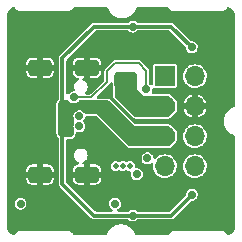
<source format=gbr>
%TF.GenerationSoftware,KiCad,Pcbnew,6.0.7+dfsg-1~bpo11+1*%
%TF.CreationDate,2022-10-03T05:52:26+00:00*%
%TF.ProjectId,0101-SERIAL-CP2102N,30313031-2d53-4455-9249-414c2d435032,V1.0*%
%TF.SameCoordinates,Original*%
%TF.FileFunction,Copper,L2,Inr*%
%TF.FilePolarity,Positive*%
%FSLAX46Y46*%
G04 Gerber Fmt 4.6, Leading zero omitted, Abs format (unit mm)*
G04 Created by KiCad (PCBNEW 6.0.7+dfsg-1~bpo11+1) date 2022-10-03 05:52:26*
%MOMM*%
%LPD*%
G01*
G04 APERTURE LIST*
G04 Aperture macros list*
%AMRoundRect*
0 Rectangle with rounded corners*
0 $1 Rounding radius*
0 $2 $3 $4 $5 $6 $7 $8 $9 X,Y pos of 4 corners*
0 Add a 4 corners polygon primitive as box body*
4,1,4,$2,$3,$4,$5,$6,$7,$8,$9,$2,$3,0*
0 Add four circle primitives for the rounded corners*
1,1,$1+$1,$2,$3*
1,1,$1+$1,$4,$5*
1,1,$1+$1,$6,$7*
1,1,$1+$1,$8,$9*
0 Add four rect primitives between the rounded corners*
20,1,$1+$1,$2,$3,$4,$5,0*
20,1,$1+$1,$4,$5,$6,$7,0*
20,1,$1+$1,$6,$7,$8,$9,0*
20,1,$1+$1,$8,$9,$2,$3,0*%
G04 Aperture macros list end*
%TA.AperFunction,ComponentPad*%
%ADD10RoundRect,0.350000X-0.650000X0.350000X-0.650000X-0.350000X0.650000X-0.350000X0.650000X0.350000X0*%
%TD*%
%TA.AperFunction,ComponentPad*%
%ADD11RoundRect,0.350000X-0.700000X0.350000X-0.700000X-0.350000X0.700000X-0.350000X0.700000X0.350000X0*%
%TD*%
%TA.AperFunction,ComponentPad*%
%ADD12R,1.700000X1.700000*%
%TD*%
%TA.AperFunction,ComponentPad*%
%ADD13O,1.700000X1.700000*%
%TD*%
%TA.AperFunction,ViaPad*%
%ADD14C,0.700000*%
%TD*%
%TA.AperFunction,ViaPad*%
%ADD15C,0.500000*%
%TD*%
%TA.AperFunction,Conductor*%
%ADD16C,0.350000*%
%TD*%
%TA.AperFunction,Conductor*%
%ADD17C,0.200000*%
%TD*%
G04 APERTURE END LIST*
D10*
%TO.N,GND*%
%TO.C,J1*%
X2950000Y12975000D03*
D11*
X6930000Y22025000D03*
X6930000Y12975000D03*
D10*
X2950000Y22025000D03*
%TD*%
D12*
%TO.N,/RTS{slash}BOOT*%
%TO.C,J2*%
X13525000Y21300000D03*
D13*
%TO.N,/DTR{slash}RESET*%
X16065000Y21300000D03*
%TO.N,VBUS*%
X13525000Y18760000D03*
%TO.N,GND*%
X16065000Y18760000D03*
%TO.N,VDD*%
X13525000Y16220000D03*
%TO.N,/CTS*%
X16065000Y16220000D03*
%TO.N,/RXD*%
X13525000Y13680000D03*
%TO.N,/TXD*%
X16065000Y13680000D03*
%TD*%
D14*
%TO.N,VDD*%
X15800000Y23750000D03*
X10800000Y25500000D03*
X10800000Y9500000D03*
D15*
X5450000Y16500000D03*
X5450000Y17100000D03*
D14*
X15800000Y11250000D03*
D15*
X4850000Y17100000D03*
X4850000Y16500000D03*
%TO.N,GND*%
X19050000Y23750000D03*
X1800000Y19500000D03*
X1800000Y18500000D03*
X19050000Y14750000D03*
X15800000Y26500000D03*
X8800000Y23750000D03*
X12300000Y11500000D03*
X11800000Y8500000D03*
X11800000Y23750000D03*
X15550000Y12150000D03*
X19050000Y20250000D03*
X19050000Y15750000D03*
X1800000Y17500000D03*
X5800000Y15550000D03*
X7550000Y26750000D03*
X3050000Y19000000D03*
X14550000Y11250000D03*
X3050000Y18000000D03*
X6550000Y16000000D03*
X16800000Y15000000D03*
X11800000Y26500000D03*
X14300000Y23000000D03*
X19050000Y11250000D03*
X15800000Y8500000D03*
X15300000Y23000000D03*
X1800000Y16500000D03*
X1800000Y15500000D03*
X9800000Y23750000D03*
X14800000Y14500000D03*
X19050000Y19250000D03*
%TO.N,VBUS*%
X10200000Y21300000D03*
X9350000Y13700000D03*
X9600000Y21300000D03*
X10800000Y21300000D03*
X9950000Y13700000D03*
X10550000Y13700000D03*
D14*
%TO.N,/RTS{slash}BOOT*%
X9300000Y10500000D03*
X1300000Y10500000D03*
%TO.N,/D-*%
X6285542Y17925000D03*
%TO.N,/D+*%
X6285542Y17075000D03*
%TO.N,Net-(R3-Pad2)*%
X11950000Y20200000D03*
X5800000Y19500000D03*
%TO.N,/RTS*%
X11150000Y13000000D03*
X12050000Y14350000D03*
%TD*%
D16*
%TO.N,VDD*%
X7550000Y9500000D02*
X10800000Y9500000D01*
X14050000Y25500000D02*
X15800000Y23750000D01*
X4850000Y12200000D02*
X7550000Y9500000D01*
X4850000Y16500000D02*
X4850000Y12200000D01*
X4850000Y22800000D02*
X4850000Y17100000D01*
X7550000Y25500000D02*
X4850000Y22800000D01*
X14050000Y9500000D02*
X10800000Y9500000D01*
X4850000Y16500000D02*
X4850000Y17100000D01*
X14050000Y9500000D02*
X15800000Y11250000D01*
X10800000Y25500000D02*
X14050000Y25500000D01*
X7550000Y25500000D02*
X10800000Y25500000D01*
D17*
%TO.N,Net-(R3-Pad2)*%
X11300000Y22400000D02*
X11950000Y21750000D01*
X7300000Y19500000D02*
X8650000Y20850000D01*
X11950000Y21750000D02*
X11950000Y20200000D01*
X8650000Y21750000D02*
X9300000Y22400000D01*
X5800000Y19500000D02*
X7300000Y19500000D01*
X8650000Y20850000D02*
X8650000Y21750000D01*
X9300000Y22400000D02*
X11300000Y22400000D01*
%TD*%
%TA.AperFunction,Conductor*%
%TO.N,GND*%
G36*
X8653332Y27129498D02*
G01*
X8699825Y27075842D01*
X8701115Y27072667D01*
X8701476Y27071320D01*
X8787324Y26881795D01*
X8790190Y26877505D01*
X8846090Y26793828D01*
X8902901Y26708786D01*
X9045119Y26556918D01*
X9210178Y26430247D01*
X9393668Y26332159D01*
X9398545Y26330503D01*
X9398548Y26330502D01*
X9585802Y26266931D01*
X9590686Y26265273D01*
X9795969Y26231377D01*
X10004031Y26231377D01*
X10209314Y26265273D01*
X10214198Y26266931D01*
X10401452Y26330502D01*
X10401455Y26330503D01*
X10406332Y26332159D01*
X10589822Y26430247D01*
X10754881Y26556918D01*
X10897099Y26708786D01*
X10953911Y26793828D01*
X11009810Y26877505D01*
X11012676Y26881795D01*
X11063341Y26993646D01*
X11098524Y27071320D01*
X11099686Y27070793D01*
X11137922Y27123337D01*
X11204100Y27149046D01*
X11214789Y27149500D01*
X13730879Y27149500D01*
X13799000Y27129498D01*
X13835703Y27086810D01*
X13838428Y27088529D01*
X13914930Y26967280D01*
X14022388Y26872377D01*
X14152163Y26811447D01*
X14261009Y26794500D01*
X14335940Y26794500D01*
X14365456Y26798727D01*
X14383318Y26800000D01*
X15215934Y26800000D01*
X15235318Y26798500D01*
X15261009Y26794500D01*
X15335940Y26794500D01*
X15365456Y26798727D01*
X15383318Y26800000D01*
X16215934Y26800000D01*
X16235318Y26798500D01*
X16261009Y26794500D01*
X16335940Y26794500D01*
X16365456Y26798727D01*
X16383318Y26800000D01*
X17215934Y26800000D01*
X17235318Y26798500D01*
X17261009Y26794500D01*
X17335940Y26794500D01*
X17365456Y26798727D01*
X17383318Y26800000D01*
X18215934Y26800000D01*
X18235318Y26798500D01*
X18261009Y26794500D01*
X18335940Y26794500D01*
X18377339Y26800429D01*
X18433032Y26808404D01*
X18433035Y26808405D01*
X18441918Y26809677D01*
X18572428Y26869016D01*
X18600192Y26892939D01*
X18674237Y26956740D01*
X18674240Y26956743D01*
X18681037Y26962600D01*
X18759015Y27082905D01*
X18761990Y27080977D01*
X18797533Y27121644D01*
X18865739Y27141355D01*
X18879309Y27140564D01*
X18930421Y27134805D01*
X18957928Y27128526D01*
X19068407Y27089868D01*
X19093820Y27077631D01*
X19192943Y27015349D01*
X19214998Y26997759D01*
X19297759Y26914998D01*
X19315349Y26892943D01*
X19377631Y26793820D01*
X19389868Y26768407D01*
X19428526Y26657928D01*
X19434805Y26630420D01*
X19447692Y26516043D01*
X19447830Y26513583D01*
X19444191Y26500000D01*
X19448484Y26483978D01*
X19448484Y26471315D01*
X19449500Y26463598D01*
X19449500Y18814789D01*
X19429498Y18746668D01*
X19375842Y18700175D01*
X19372667Y18698885D01*
X19371320Y18698524D01*
X19181795Y18612676D01*
X19177505Y18609810D01*
X19013074Y18499964D01*
X19013070Y18499961D01*
X19008786Y18497099D01*
X18952398Y18444294D01*
X18876222Y18372958D01*
X18856918Y18354881D01*
X18730247Y18189822D01*
X18632159Y18006332D01*
X18630503Y18001455D01*
X18630502Y18001452D01*
X18597168Y17903263D01*
X18565273Y17809314D01*
X18531377Y17604031D01*
X18531377Y17395969D01*
X18565273Y17190686D01*
X18566931Y17185803D01*
X18566931Y17185802D01*
X18613193Y17049535D01*
X18632159Y16993668D01*
X18730247Y16810178D01*
X18856918Y16645119D01*
X18860682Y16641595D01*
X18860683Y16641593D01*
X18893416Y16610940D01*
X19008786Y16502901D01*
X19013070Y16500039D01*
X19013074Y16500036D01*
X19124132Y16425845D01*
X19181795Y16387324D01*
X19186495Y16385195D01*
X19186497Y16385194D01*
X19371320Y16301476D01*
X19370793Y16300314D01*
X19423337Y16262078D01*
X19449046Y16195900D01*
X19449500Y16185211D01*
X19449500Y8536402D01*
X19448484Y8528685D01*
X19448484Y8516022D01*
X19444191Y8500000D01*
X19447830Y8486417D01*
X19447692Y8483957D01*
X19434805Y8369580D01*
X19428526Y8342072D01*
X19389868Y8231593D01*
X19377631Y8206180D01*
X19315349Y8107057D01*
X19297759Y8085002D01*
X19214998Y8002241D01*
X19192943Y7984651D01*
X19093820Y7922369D01*
X19068407Y7910132D01*
X18957928Y7871474D01*
X18930422Y7865195D01*
X18917798Y7863772D01*
X18878548Y7859350D01*
X18808618Y7871599D01*
X18757881Y7917322D01*
X18685070Y8032720D01*
X18577612Y8127623D01*
X18447837Y8188553D01*
X18338991Y8205500D01*
X18264060Y8205500D01*
X18236129Y8201500D01*
X18234544Y8201273D01*
X18216682Y8200000D01*
X17384066Y8200000D01*
X17364682Y8201500D01*
X17343795Y8204752D01*
X17338991Y8205500D01*
X17264060Y8205500D01*
X17236129Y8201500D01*
X17234544Y8201273D01*
X17216682Y8200000D01*
X16384066Y8200000D01*
X16364682Y8201500D01*
X16343795Y8204752D01*
X16338991Y8205500D01*
X16264060Y8205500D01*
X16236129Y8201500D01*
X16234544Y8201273D01*
X16216682Y8200000D01*
X15384066Y8200000D01*
X15364682Y8201500D01*
X15343795Y8204752D01*
X15338991Y8205500D01*
X15264060Y8205500D01*
X15236129Y8201500D01*
X15234544Y8201273D01*
X15216682Y8200000D01*
X14384066Y8200000D01*
X14364682Y8201500D01*
X14343795Y8204752D01*
X14338991Y8205500D01*
X14264060Y8205500D01*
X14234544Y8201273D01*
X14166968Y8191596D01*
X14166965Y8191595D01*
X14158082Y8190323D01*
X14027572Y8130984D01*
X14020768Y8125122D01*
X14020769Y8125122D01*
X13925763Y8043260D01*
X13925760Y8043257D01*
X13918963Y8037400D01*
X13840985Y7917095D01*
X13840155Y7917633D01*
X13798688Y7870202D01*
X13731036Y7850500D01*
X11114789Y7850500D01*
X11046668Y7870502D01*
X11000175Y7924158D01*
X10998885Y7927333D01*
X10998524Y7928680D01*
X10912676Y8118205D01*
X10888477Y8154429D01*
X10799964Y8286926D01*
X10799961Y8286930D01*
X10797099Y8291214D01*
X10654881Y8443082D01*
X10489822Y8569753D01*
X10306332Y8667841D01*
X10301455Y8669497D01*
X10301452Y8669498D01*
X10114198Y8733069D01*
X10114197Y8733069D01*
X10109314Y8734727D01*
X9904031Y8768623D01*
X9695969Y8768623D01*
X9490686Y8734727D01*
X9485803Y8733069D01*
X9485802Y8733069D01*
X9298548Y8669498D01*
X9298545Y8669497D01*
X9293668Y8667841D01*
X9110178Y8569753D01*
X8945119Y8443082D01*
X8802901Y8291214D01*
X8800039Y8286930D01*
X8800036Y8286926D01*
X8711523Y8154429D01*
X8687324Y8118205D01*
X8685195Y8113505D01*
X8685194Y8113503D01*
X8634796Y8002241D01*
X8601476Y7928680D01*
X8600314Y7929207D01*
X8562078Y7876663D01*
X8495900Y7850954D01*
X8485211Y7850500D01*
X5869121Y7850500D01*
X5801000Y7870502D01*
X5764297Y7913190D01*
X5761572Y7911471D01*
X5704301Y8002241D01*
X5685070Y8032720D01*
X5577612Y8127623D01*
X5447837Y8188553D01*
X5338991Y8205500D01*
X5264060Y8205500D01*
X5236129Y8201500D01*
X5234544Y8201273D01*
X5216682Y8200000D01*
X4384066Y8200000D01*
X4364682Y8201500D01*
X4343795Y8204752D01*
X4338991Y8205500D01*
X4264060Y8205500D01*
X4236129Y8201500D01*
X4234544Y8201273D01*
X4216682Y8200000D01*
X3384066Y8200000D01*
X3364682Y8201500D01*
X3343795Y8204752D01*
X3338991Y8205500D01*
X3264060Y8205500D01*
X3236129Y8201500D01*
X3234544Y8201273D01*
X3216682Y8200000D01*
X2384066Y8200000D01*
X2364682Y8201500D01*
X2343795Y8204752D01*
X2338991Y8205500D01*
X2264060Y8205500D01*
X2236129Y8201500D01*
X2234544Y8201273D01*
X2216682Y8200000D01*
X1384066Y8200000D01*
X1364682Y8201500D01*
X1343795Y8204752D01*
X1338991Y8205500D01*
X1264060Y8205500D01*
X1234544Y8201273D01*
X1166968Y8191596D01*
X1166965Y8191595D01*
X1158082Y8190323D01*
X1027572Y8130984D01*
X1020768Y8125122D01*
X1020769Y8125122D01*
X925763Y8043260D01*
X925760Y8043257D01*
X918963Y8037400D01*
X840985Y7917095D01*
X838010Y7919023D01*
X802467Y7878356D01*
X734261Y7858645D01*
X720691Y7859436D01*
X669579Y7865195D01*
X642072Y7871474D01*
X531593Y7910132D01*
X506180Y7922369D01*
X407057Y7984651D01*
X385002Y8002241D01*
X302241Y8085002D01*
X284651Y8107057D01*
X222369Y8206180D01*
X210132Y8231593D01*
X171474Y8342072D01*
X165195Y8369580D01*
X152308Y8483957D01*
X152170Y8486417D01*
X155809Y8500000D01*
X151516Y8516022D01*
X151516Y8528685D01*
X150500Y8536402D01*
X150500Y10506177D01*
X794391Y10506177D01*
X795555Y10497275D01*
X795555Y10497272D01*
X796814Y10487646D01*
X812980Y10364021D01*
X870720Y10232797D01*
X876497Y10225924D01*
X876498Y10225923D01*
X883792Y10217246D01*
X962970Y10123052D01*
X970447Y10118075D01*
X1063119Y10056387D01*
X1082313Y10043610D01*
X1219157Y10000858D01*
X1228129Y10000694D01*
X1228132Y10000693D01*
X1293463Y9999496D01*
X1362499Y9998230D01*
X1371533Y10000693D01*
X1492158Y10033579D01*
X1492160Y10033580D01*
X1500817Y10035940D01*
X1622991Y10110955D01*
X1719200Y10217246D01*
X1781710Y10346267D01*
X1805496Y10487646D01*
X1805647Y10500000D01*
X1785323Y10641918D01*
X1725984Y10772428D01*
X1707598Y10793766D01*
X1638260Y10874237D01*
X1638257Y10874240D01*
X1632400Y10881037D01*
X1512095Y10959015D01*
X1374739Y11000093D01*
X1365763Y11000148D01*
X1365762Y11000148D01*
X1305555Y11000516D01*
X1231376Y11000969D01*
X1093529Y10961572D01*
X972280Y10885070D01*
X966338Y10878342D01*
X966337Y10878341D01*
X946835Y10856259D01*
X877377Y10777612D01*
X816447Y10647837D01*
X794391Y10506177D01*
X150500Y10506177D01*
X150500Y12581085D01*
X1800000Y12581085D01*
X1800369Y12574271D01*
X1805789Y12524379D01*
X1809414Y12509133D01*
X1853767Y12390823D01*
X1862299Y12375237D01*
X1937430Y12274991D01*
X1949991Y12262430D01*
X2050237Y12187299D01*
X2065823Y12178767D01*
X2184133Y12134414D01*
X2199379Y12130789D01*
X2249271Y12125369D01*
X2256085Y12125000D01*
X2677885Y12125000D01*
X2693124Y12129475D01*
X2694329Y12130865D01*
X2696000Y12138548D01*
X2696000Y12143115D01*
X3204000Y12143115D01*
X3208475Y12127876D01*
X3209865Y12126671D01*
X3217548Y12125000D01*
X3643915Y12125000D01*
X3650729Y12125369D01*
X3700621Y12130789D01*
X3715867Y12134414D01*
X3834177Y12178767D01*
X3849763Y12187299D01*
X3950009Y12262430D01*
X3962570Y12274991D01*
X4037701Y12375237D01*
X4046233Y12390823D01*
X4090586Y12509133D01*
X4094211Y12524379D01*
X4099631Y12574271D01*
X4100000Y12581085D01*
X4100000Y12702885D01*
X4095525Y12718124D01*
X4094135Y12719329D01*
X4086452Y12721000D01*
X3222115Y12721000D01*
X3206876Y12716525D01*
X3205671Y12715135D01*
X3204000Y12707452D01*
X3204000Y12143115D01*
X2696000Y12143115D01*
X2696000Y12702885D01*
X2691525Y12718124D01*
X2690135Y12719329D01*
X2682452Y12721000D01*
X1818115Y12721000D01*
X1802876Y12716525D01*
X1801671Y12715135D01*
X1800000Y12707452D01*
X1800000Y12581085D01*
X150500Y12581085D01*
X150500Y13247115D01*
X1800000Y13247115D01*
X1804475Y13231876D01*
X1805865Y13230671D01*
X1813548Y13229000D01*
X2677885Y13229000D01*
X2693124Y13233475D01*
X2694329Y13234865D01*
X2696000Y13242548D01*
X2696000Y13247115D01*
X3204000Y13247115D01*
X3208475Y13231876D01*
X3209865Y13230671D01*
X3217548Y13229000D01*
X4081885Y13229000D01*
X4097124Y13233475D01*
X4098329Y13234865D01*
X4100000Y13242548D01*
X4100000Y13368915D01*
X4099631Y13375729D01*
X4094211Y13425621D01*
X4090586Y13440867D01*
X4046233Y13559177D01*
X4037701Y13574763D01*
X3962570Y13675009D01*
X3950009Y13687570D01*
X3849763Y13762701D01*
X3834177Y13771233D01*
X3715867Y13815586D01*
X3700621Y13819211D01*
X3650729Y13824631D01*
X3643915Y13825000D01*
X3222115Y13825000D01*
X3206876Y13820525D01*
X3205671Y13819135D01*
X3204000Y13811452D01*
X3204000Y13247115D01*
X2696000Y13247115D01*
X2696000Y13806885D01*
X2691525Y13822124D01*
X2690135Y13823329D01*
X2682452Y13825000D01*
X2256085Y13825000D01*
X2249271Y13824631D01*
X2199379Y13819211D01*
X2184133Y13815586D01*
X2065823Y13771233D01*
X2050237Y13762701D01*
X1949991Y13687570D01*
X1937430Y13675009D01*
X1862299Y13574763D01*
X1853767Y13559177D01*
X1809414Y13440867D01*
X1805789Y13425621D01*
X1800369Y13375729D01*
X1800000Y13368915D01*
X1800000Y13247115D01*
X150500Y13247115D01*
X150500Y16412410D01*
X4344500Y16412410D01*
X4345249Y16397168D01*
X4345398Y16395660D01*
X4345399Y16395640D01*
X4346428Y16385194D01*
X4347670Y16372588D01*
X4347897Y16371055D01*
X4347900Y16371034D01*
X4349679Y16359042D01*
X4349682Y16359022D01*
X4349909Y16357495D01*
X4361628Y16298576D01*
X4370477Y16269403D01*
X4389292Y16223980D01*
X4403663Y16197095D01*
X4430008Y16157668D01*
X4449345Y16134106D01*
X4484106Y16099345D01*
X4483913Y16099152D01*
X4520162Y16039865D01*
X4524500Y16007087D01*
X4524500Y12219710D01*
X4524020Y12208728D01*
X4520736Y12171193D01*
X4523590Y12160544D01*
X4530491Y12134790D01*
X4532870Y12124058D01*
X4539412Y12086955D01*
X4544923Y12077410D01*
X4546115Y12074134D01*
X4547592Y12070966D01*
X4550446Y12060316D01*
X4556770Y12051285D01*
X4572055Y12029456D01*
X4577961Y12020185D01*
X4591293Y11997094D01*
X4596806Y11987545D01*
X4605251Y11980459D01*
X4625682Y11963315D01*
X4633785Y11955889D01*
X7305889Y9283785D01*
X7313315Y9275682D01*
X7337545Y9246806D01*
X7347094Y9241293D01*
X7370185Y9227961D01*
X7379456Y9222055D01*
X7410316Y9200446D01*
X7420966Y9197592D01*
X7424134Y9196115D01*
X7427410Y9194923D01*
X7436955Y9189412D01*
X7470699Y9183462D01*
X7474058Y9182870D01*
X7484785Y9180492D01*
X7521193Y9170736D01*
X7532169Y9171696D01*
X7532172Y9171696D01*
X7558743Y9174021D01*
X7569724Y9174500D01*
X10361036Y9174500D01*
X10429157Y9154498D01*
X10450409Y9135802D01*
X10450503Y9135907D01*
X10457190Y9129928D01*
X10462970Y9123052D01*
X10582313Y9043610D01*
X10719157Y9000858D01*
X10728129Y9000694D01*
X10728132Y9000693D01*
X10793463Y8999496D01*
X10862499Y8998230D01*
X10871533Y9000693D01*
X10992158Y9033579D01*
X10992160Y9033580D01*
X11000817Y9035940D01*
X11122991Y9110955D01*
X11142995Y9133055D01*
X11203538Y9170137D01*
X11236410Y9174500D01*
X14030290Y9174500D01*
X14041272Y9174020D01*
X14067820Y9171697D01*
X14067822Y9171697D01*
X14078807Y9170736D01*
X14115215Y9180492D01*
X14125942Y9182870D01*
X14129301Y9183462D01*
X14163045Y9189412D01*
X14172590Y9194923D01*
X14175866Y9196115D01*
X14179034Y9197592D01*
X14189684Y9200446D01*
X14220544Y9222055D01*
X14229815Y9227961D01*
X14252906Y9241293D01*
X14262455Y9246806D01*
X14286685Y9275683D01*
X14294111Y9283785D01*
X15722562Y10712236D01*
X15784874Y10746262D01*
X15813964Y10749120D01*
X15862499Y10748230D01*
X15951256Y10772428D01*
X15992158Y10783579D01*
X15992160Y10783580D01*
X16000817Y10785940D01*
X16122991Y10860955D01*
X16219200Y10967246D01*
X16281710Y11096267D01*
X16305496Y11237646D01*
X16305647Y11250000D01*
X16285323Y11391918D01*
X16225984Y11522428D01*
X16207598Y11543766D01*
X16138260Y11624237D01*
X16138257Y11624240D01*
X16132400Y11631037D01*
X16012095Y11709015D01*
X15874739Y11750093D01*
X15865763Y11750148D01*
X15865762Y11750148D01*
X15805555Y11750516D01*
X15731376Y11750969D01*
X15593529Y11711572D01*
X15472280Y11635070D01*
X15377377Y11527612D01*
X15316447Y11397837D01*
X15294391Y11256177D01*
X15294729Y11253591D01*
X15274838Y11188785D01*
X15258774Y11169100D01*
X13952079Y9862405D01*
X13889767Y9828379D01*
X13862984Y9825500D01*
X11238008Y9825500D01*
X11169887Y9845502D01*
X11142556Y9869250D01*
X11132400Y9881037D01*
X11012095Y9959015D01*
X10874739Y10000093D01*
X10865763Y10000148D01*
X10865762Y10000148D01*
X10805555Y10000516D01*
X10731376Y10000969D01*
X10593529Y9961572D01*
X10472280Y9885070D01*
X10457287Y9868093D01*
X10397203Y9830275D01*
X10362845Y9825500D01*
X9604099Y9825500D01*
X9535978Y9845502D01*
X9489485Y9899158D01*
X9479381Y9969432D01*
X9508875Y10034012D01*
X9538171Y10058875D01*
X9615340Y10106256D01*
X9615346Y10106261D01*
X9622991Y10110955D01*
X9719200Y10217246D01*
X9781710Y10346267D01*
X9805496Y10487646D01*
X9805647Y10500000D01*
X9785323Y10641918D01*
X9725984Y10772428D01*
X9707598Y10793766D01*
X9638260Y10874237D01*
X9638257Y10874240D01*
X9632400Y10881037D01*
X9512095Y10959015D01*
X9374739Y11000093D01*
X9365763Y11000148D01*
X9365762Y11000148D01*
X9305555Y11000516D01*
X9231376Y11000969D01*
X9093529Y10961572D01*
X8972280Y10885070D01*
X8966338Y10878342D01*
X8966337Y10878341D01*
X8946835Y10856259D01*
X8877377Y10777612D01*
X8816447Y10647837D01*
X8794391Y10506177D01*
X8795555Y10497275D01*
X8795555Y10497272D01*
X8796814Y10487646D01*
X8812980Y10364021D01*
X8870720Y10232797D01*
X8876497Y10225924D01*
X8876498Y10225923D01*
X8883792Y10217246D01*
X8962970Y10123052D01*
X8970447Y10118075D01*
X9063119Y10056387D01*
X9108742Y10001990D01*
X9117713Y9931562D01*
X9087183Y9867465D01*
X9026847Y9830048D01*
X8993300Y9825500D01*
X7737016Y9825500D01*
X7668895Y9845502D01*
X7647921Y9862405D01*
X5212405Y12297921D01*
X5178379Y12360233D01*
X5175500Y12387016D01*
X5175500Y12581085D01*
X5730000Y12581085D01*
X5730369Y12574271D01*
X5735789Y12524379D01*
X5739414Y12509133D01*
X5783767Y12390823D01*
X5792299Y12375237D01*
X5867430Y12274991D01*
X5879991Y12262430D01*
X5980237Y12187299D01*
X5995823Y12178767D01*
X6114133Y12134414D01*
X6129379Y12130789D01*
X6179271Y12125369D01*
X6186085Y12125000D01*
X6657885Y12125000D01*
X6673124Y12129475D01*
X6674329Y12130865D01*
X6676000Y12138548D01*
X6676000Y12143115D01*
X7184000Y12143115D01*
X7188475Y12127876D01*
X7189865Y12126671D01*
X7197548Y12125000D01*
X7673915Y12125000D01*
X7680729Y12125369D01*
X7730621Y12130789D01*
X7745867Y12134414D01*
X7864177Y12178767D01*
X7879763Y12187299D01*
X7980009Y12262430D01*
X7992570Y12274991D01*
X8067701Y12375237D01*
X8076233Y12390823D01*
X8120586Y12509133D01*
X8124211Y12524379D01*
X8129631Y12574271D01*
X8130000Y12581085D01*
X8130000Y12702885D01*
X8125525Y12718124D01*
X8124135Y12719329D01*
X8116452Y12721000D01*
X7202115Y12721000D01*
X7186876Y12716525D01*
X7185671Y12715135D01*
X7184000Y12707452D01*
X7184000Y12143115D01*
X6676000Y12143115D01*
X6676000Y12702885D01*
X6671525Y12718124D01*
X6670135Y12719329D01*
X6662452Y12721000D01*
X5748115Y12721000D01*
X5732876Y12716525D01*
X5731671Y12715135D01*
X5730000Y12707452D01*
X5730000Y12581085D01*
X5175500Y12581085D01*
X5175500Y13247115D01*
X5730000Y13247115D01*
X5734475Y13231876D01*
X5735865Y13230671D01*
X5743548Y13229000D01*
X6657885Y13229000D01*
X6673124Y13233475D01*
X6674329Y13234865D01*
X6676000Y13242548D01*
X6676000Y13247115D01*
X7184000Y13247115D01*
X7188475Y13231876D01*
X7189865Y13230671D01*
X7197548Y13229000D01*
X8111885Y13229000D01*
X8127124Y13233475D01*
X8128329Y13234865D01*
X8130000Y13242548D01*
X8130000Y13368915D01*
X8129631Y13375729D01*
X8124211Y13425621D01*
X8120586Y13440867D01*
X8076233Y13559177D01*
X8067701Y13574763D01*
X7992570Y13675009D01*
X7980009Y13687570D01*
X7963424Y13700000D01*
X8924258Y13700000D01*
X8925809Y13690209D01*
X8925809Y13690207D01*
X8927426Y13680000D01*
X8945095Y13568438D01*
X9005567Y13449755D01*
X9099755Y13355567D01*
X9218438Y13295095D01*
X9350000Y13274258D01*
X9481562Y13295095D01*
X9592797Y13351772D01*
X9662574Y13364876D01*
X9707203Y13351772D01*
X9818438Y13295095D01*
X9950000Y13274258D01*
X10081562Y13295095D01*
X10192797Y13351772D01*
X10262574Y13364876D01*
X10307203Y13351772D01*
X10418438Y13295095D01*
X10428231Y13293544D01*
X10550000Y13274258D01*
X10549756Y13272720D01*
X10607357Y13255807D01*
X10653850Y13202151D01*
X10663736Y13130425D01*
X10644391Y13006177D01*
X10645555Y12997275D01*
X10645555Y12997272D01*
X10651481Y12951960D01*
X10662980Y12864021D01*
X10720720Y12732797D01*
X10726497Y12725924D01*
X10726498Y12725923D01*
X10750489Y12697382D01*
X10812970Y12623052D01*
X10932313Y12543610D01*
X11069157Y12500858D01*
X11078129Y12500694D01*
X11078132Y12500693D01*
X11143463Y12499496D01*
X11212499Y12498230D01*
X11221533Y12500693D01*
X11342158Y12533579D01*
X11342160Y12533580D01*
X11350817Y12535940D01*
X11472991Y12610955D01*
X11531512Y12675608D01*
X11563178Y12710593D01*
X11569200Y12717246D01*
X11631710Y12846267D01*
X11655496Y12987646D01*
X11655647Y13000000D01*
X11635323Y13141918D01*
X11575984Y13272428D01*
X11543688Y13309909D01*
X11488260Y13374237D01*
X11488257Y13374240D01*
X11482400Y13381037D01*
X11362095Y13459015D01*
X11224739Y13500093D01*
X11215763Y13500148D01*
X11215762Y13500148D01*
X11182278Y13500352D01*
X11090965Y13500910D01*
X11022969Y13521328D01*
X10976805Y13575267D01*
X10967287Y13646619D01*
X10968687Y13655454D01*
X10975742Y13700000D01*
X10954905Y13831562D01*
X10894433Y13950245D01*
X10800245Y14044433D01*
X10727613Y14081441D01*
X10690396Y14100404D01*
X10690395Y14100404D01*
X10681562Y14104905D01*
X10550000Y14125742D01*
X10418438Y14104905D01*
X10409605Y14100404D01*
X10409604Y14100404D01*
X10307203Y14048228D01*
X10237426Y14035124D01*
X10192797Y14048228D01*
X10090396Y14100404D01*
X10090395Y14100404D01*
X10081562Y14104905D01*
X9950000Y14125742D01*
X9818438Y14104905D01*
X9809605Y14100404D01*
X9809604Y14100404D01*
X9707203Y14048228D01*
X9637426Y14035124D01*
X9592797Y14048228D01*
X9490396Y14100404D01*
X9490395Y14100404D01*
X9481562Y14104905D01*
X9350000Y14125742D01*
X9218438Y14104905D01*
X9209605Y14100404D01*
X9209604Y14100404D01*
X9172387Y14081441D01*
X9099755Y14044433D01*
X9005567Y13950245D01*
X8945095Y13831562D01*
X8924258Y13700000D01*
X7963424Y13700000D01*
X7879763Y13762701D01*
X7864177Y13771233D01*
X7745867Y13815586D01*
X7730621Y13819211D01*
X7680729Y13824631D01*
X7673915Y13825000D01*
X7202115Y13825000D01*
X7186876Y13820525D01*
X7185671Y13819135D01*
X7184000Y13811452D01*
X7184000Y13247115D01*
X6676000Y13247115D01*
X6676000Y13806885D01*
X6671525Y13822124D01*
X6670135Y13823329D01*
X6649217Y13827879D01*
X6649653Y13829883D01*
X6598162Y13845002D01*
X6551669Y13898658D01*
X6541565Y13968932D01*
X6571059Y14033512D01*
X6618065Y14067409D01*
X6620815Y14068548D01*
X6690233Y14097302D01*
X6810451Y14189549D01*
X6902698Y14309767D01*
X6921922Y14356177D01*
X11544391Y14356177D01*
X11545555Y14347275D01*
X11545555Y14347272D01*
X11549462Y14317397D01*
X11562980Y14214021D01*
X11620720Y14082797D01*
X11626497Y14075924D01*
X11626498Y14075923D01*
X11707190Y13979928D01*
X11712970Y13973052D01*
X11747232Y13950245D01*
X11824730Y13898658D01*
X11832313Y13893610D01*
X11969157Y13850858D01*
X11978129Y13850694D01*
X11978132Y13850693D01*
X12043463Y13849496D01*
X12112499Y13848230D01*
X12121533Y13850693D01*
X12242158Y13883579D01*
X12242160Y13883580D01*
X12250817Y13885940D01*
X12258464Y13890635D01*
X12258468Y13890637D01*
X12342859Y13942453D01*
X12411376Y13961051D01*
X12479071Y13939654D01*
X12524452Y13885054D01*
X12534002Y13821034D01*
X12519757Y13694037D01*
X12536175Y13498517D01*
X12590258Y13309909D01*
X12606024Y13279231D01*
X12677123Y13140887D01*
X12677126Y13140883D01*
X12679944Y13135399D01*
X12801818Y12981631D01*
X12806511Y12977637D01*
X12806512Y12977636D01*
X12940010Y12864021D01*
X12951238Y12854465D01*
X12956616Y12851459D01*
X12956618Y12851458D01*
X12992932Y12831163D01*
X13122513Y12758743D01*
X13309118Y12698111D01*
X13503946Y12674879D01*
X13510081Y12675351D01*
X13510083Y12675351D01*
X13693434Y12689459D01*
X13693438Y12689460D01*
X13699576Y12689932D01*
X13888556Y12742697D01*
X14063689Y12831163D01*
X14083022Y12846267D01*
X14213453Y12948171D01*
X14218303Y12951960D01*
X14244968Y12982851D01*
X14342485Y13095827D01*
X14342485Y13095828D01*
X14346509Y13100489D01*
X14443425Y13271091D01*
X14505358Y13457268D01*
X14529949Y13651929D01*
X14530341Y13680000D01*
X14528965Y13694037D01*
X15059757Y13694037D01*
X15076175Y13498517D01*
X15130258Y13309909D01*
X15146024Y13279231D01*
X15217123Y13140887D01*
X15217126Y13140883D01*
X15219944Y13135399D01*
X15341818Y12981631D01*
X15346511Y12977637D01*
X15346512Y12977636D01*
X15480010Y12864021D01*
X15491238Y12854465D01*
X15496616Y12851459D01*
X15496618Y12851458D01*
X15532932Y12831163D01*
X15662513Y12758743D01*
X15849118Y12698111D01*
X16043946Y12674879D01*
X16050081Y12675351D01*
X16050083Y12675351D01*
X16233434Y12689459D01*
X16233438Y12689460D01*
X16239576Y12689932D01*
X16428556Y12742697D01*
X16603689Y12831163D01*
X16623022Y12846267D01*
X16753453Y12948171D01*
X16758303Y12951960D01*
X16784968Y12982851D01*
X16882485Y13095827D01*
X16882485Y13095828D01*
X16886509Y13100489D01*
X16983425Y13271091D01*
X17045358Y13457268D01*
X17069949Y13651929D01*
X17070341Y13680000D01*
X17051194Y13875272D01*
X17049413Y13881171D01*
X17049412Y13881176D01*
X16996265Y14057207D01*
X16994484Y14063106D01*
X16902370Y14236347D01*
X16778361Y14388398D01*
X16627180Y14513465D01*
X16454585Y14606787D01*
X16360868Y14635797D01*
X16273039Y14662985D01*
X16273036Y14662986D01*
X16267152Y14664807D01*
X16261027Y14665451D01*
X16261026Y14665451D01*
X16078147Y14684673D01*
X16078146Y14684673D01*
X16072019Y14685317D01*
X15949383Y14674156D01*
X15882759Y14668093D01*
X15882758Y14668093D01*
X15876618Y14667534D01*
X15870704Y14665793D01*
X15870702Y14665793D01*
X15763839Y14634341D01*
X15688393Y14612136D01*
X15682928Y14609279D01*
X15519972Y14524088D01*
X15519968Y14524085D01*
X15514512Y14521233D01*
X15509712Y14517373D01*
X15509711Y14517373D01*
X15495521Y14505964D01*
X15361600Y14398289D01*
X15235480Y14247984D01*
X15232516Y14242592D01*
X15232513Y14242588D01*
X15207048Y14196267D01*
X15140956Y14076046D01*
X15139095Y14070179D01*
X15139094Y14070177D01*
X15122934Y14019234D01*
X15081628Y13889022D01*
X15059757Y13694037D01*
X14528965Y13694037D01*
X14511194Y13875272D01*
X14509413Y13881171D01*
X14509412Y13881176D01*
X14456265Y14057207D01*
X14454484Y14063106D01*
X14362370Y14236347D01*
X14238361Y14388398D01*
X14087180Y14513465D01*
X13914585Y14606787D01*
X13820868Y14635797D01*
X13733039Y14662985D01*
X13733036Y14662986D01*
X13727152Y14664807D01*
X13721027Y14665451D01*
X13721026Y14665451D01*
X13538147Y14684673D01*
X13538146Y14684673D01*
X13532019Y14685317D01*
X13409383Y14674156D01*
X13342759Y14668093D01*
X13342758Y14668093D01*
X13336618Y14667534D01*
X13330704Y14665793D01*
X13330702Y14665793D01*
X13223839Y14634341D01*
X13148393Y14612136D01*
X13142928Y14609279D01*
X12979972Y14524088D01*
X12979968Y14524085D01*
X12974512Y14521233D01*
X12969712Y14517373D01*
X12969711Y14517373D01*
X12955521Y14505964D01*
X12821600Y14398289D01*
X12817642Y14393572D01*
X12817640Y14393570D01*
X12769783Y14336536D01*
X12710673Y14297209D01*
X12639685Y14296083D01*
X12579358Y14333514D01*
X12548535Y14399662D01*
X12535323Y14491918D01*
X12475984Y14622428D01*
X12437118Y14667534D01*
X12388260Y14724237D01*
X12388257Y14724240D01*
X12382400Y14731037D01*
X12262095Y14809015D01*
X12124739Y14850093D01*
X12115763Y14850148D01*
X12115762Y14850148D01*
X12055555Y14850516D01*
X11981376Y14850969D01*
X11843529Y14811572D01*
X11722280Y14735070D01*
X11627377Y14627612D01*
X11566447Y14497837D01*
X11565066Y14488965D01*
X11549408Y14388398D01*
X11544391Y14356177D01*
X6921922Y14356177D01*
X6960687Y14449764D01*
X6980466Y14600000D01*
X6960687Y14750236D01*
X6902698Y14890233D01*
X6810451Y15010451D01*
X6690233Y15102698D01*
X6550236Y15160687D01*
X6437720Y15175500D01*
X6362280Y15175500D01*
X6249764Y15160687D01*
X6109767Y15102698D01*
X5989549Y15010451D01*
X5897302Y14890233D01*
X5839313Y14750236D01*
X5819534Y14600000D01*
X5839313Y14449764D01*
X5897302Y14309767D01*
X5989549Y14189549D01*
X6109767Y14097302D01*
X6190689Y14063783D01*
X6245969Y14019234D01*
X6268390Y13951871D01*
X6250832Y13883079D01*
X6198869Y13834701D01*
X6156077Y13822111D01*
X6129379Y13819211D01*
X6114133Y13815586D01*
X5995823Y13771233D01*
X5980237Y13762701D01*
X5879991Y13687570D01*
X5867430Y13675009D01*
X5792299Y13574763D01*
X5783767Y13559177D01*
X5739414Y13440867D01*
X5735789Y13425621D01*
X5730369Y13375729D01*
X5730000Y13368915D01*
X5730000Y13247115D01*
X5175500Y13247115D01*
X5175500Y15868500D01*
X5195502Y15936621D01*
X5249158Y15983114D01*
X5301500Y15994500D01*
X5537590Y15994500D01*
X5539132Y15994576D01*
X5539141Y15994576D01*
X5544414Y15994835D01*
X5552832Y15995249D01*
X5554340Y15995398D01*
X5554360Y15995399D01*
X5568014Y15996744D01*
X5577412Y15997670D01*
X5586168Y15998969D01*
X5590957Y15999679D01*
X5590966Y15999681D01*
X5592506Y15999909D01*
X5628593Y16007087D01*
X5648392Y16011025D01*
X5648398Y16011026D01*
X5651427Y16011629D01*
X5654384Y16012526D01*
X5654392Y16012528D01*
X5667962Y16016645D01*
X5680598Y16020478D01*
X5709856Y16032597D01*
X5723164Y16038109D01*
X5723168Y16038111D01*
X5726017Y16039291D01*
X5734084Y16043603D01*
X5750171Y16052201D01*
X5750175Y16052204D01*
X5752902Y16053661D01*
X5792331Y16080007D01*
X5815894Y16099345D01*
X5850655Y16134106D01*
X5869992Y16157668D01*
X5896337Y16197095D01*
X5910708Y16223980D01*
X5929523Y16269403D01*
X5938372Y16298576D01*
X5950091Y16357495D01*
X5950318Y16359022D01*
X5950321Y16359042D01*
X5952100Y16371034D01*
X5952103Y16371055D01*
X5952330Y16372588D01*
X5953572Y16385194D01*
X5954601Y16395640D01*
X5954602Y16395660D01*
X5954751Y16397168D01*
X5955500Y16412410D01*
X5955500Y16482342D01*
X5975502Y16550463D01*
X6029158Y16596956D01*
X6099432Y16607060D01*
X6119068Y16602610D01*
X6204699Y16575858D01*
X6213671Y16575694D01*
X6213674Y16575693D01*
X6279005Y16574496D01*
X6348041Y16573230D01*
X6357075Y16575693D01*
X6477700Y16608579D01*
X6477702Y16608580D01*
X6486359Y16610940D01*
X6608533Y16685955D01*
X6620611Y16699298D01*
X6698720Y16785593D01*
X6704742Y16792246D01*
X6767252Y16921267D01*
X6791038Y17062646D01*
X6791189Y17075000D01*
X6781328Y17143857D01*
X6772138Y17208032D01*
X6772137Y17208035D01*
X6770865Y17216918D01*
X6711526Y17347428D01*
X6650714Y17418004D01*
X6621400Y17482667D01*
X6631699Y17552912D01*
X6652752Y17584807D01*
X6698718Y17635589D01*
X6698723Y17635596D01*
X6704742Y17642246D01*
X6758722Y17753660D01*
X6763337Y17763186D01*
X6763337Y17763187D01*
X6767252Y17771267D01*
X6776452Y17825947D01*
X6778716Y17839405D01*
X6809743Y17903263D01*
X6870369Y17940209D01*
X6902970Y17944500D01*
X7683400Y17944500D01*
X7751521Y17924498D01*
X7772495Y17907595D01*
X10358045Y15322045D01*
X10369349Y15311799D01*
X10370544Y15310819D01*
X10370557Y15310807D01*
X10381593Y15301750D01*
X10388442Y15296129D01*
X10389658Y15295227D01*
X10389662Y15295224D01*
X10399474Y15287946D01*
X10399495Y15287931D01*
X10400702Y15287036D01*
X10450653Y15253660D01*
X10477538Y15239290D01*
X10480399Y15238105D01*
X10520101Y15221660D01*
X10520108Y15221658D01*
X10522958Y15220477D01*
X10533126Y15217393D01*
X10549171Y15212525D01*
X10549178Y15212523D01*
X10552126Y15211629D01*
X10611044Y15199909D01*
X10612546Y15199686D01*
X10612553Y15199685D01*
X10624636Y15197893D01*
X10626140Y15197670D01*
X10641369Y15196170D01*
X10649185Y15195400D01*
X10649196Y15195399D01*
X10650721Y15195249D01*
X10652245Y15195174D01*
X10652260Y15195173D01*
X10664412Y15194576D01*
X10664421Y15194576D01*
X10665963Y15194500D01*
X13734037Y15194500D01*
X13735579Y15194576D01*
X13735588Y15194576D01*
X13747740Y15195173D01*
X13747755Y15195174D01*
X13749279Y15195249D01*
X13750804Y15195399D01*
X13750815Y15195400D01*
X13758631Y15196170D01*
X13773860Y15197670D01*
X13775364Y15197893D01*
X13787447Y15199685D01*
X13787454Y15199686D01*
X13788956Y15199909D01*
X13847874Y15211629D01*
X13850822Y15212523D01*
X13850829Y15212525D01*
X13866874Y15217393D01*
X13877042Y15220477D01*
X13879892Y15221658D01*
X13879899Y15221660D01*
X13919601Y15238105D01*
X13922462Y15239290D01*
X13949347Y15253660D01*
X13999298Y15287036D01*
X14000505Y15287931D01*
X14000526Y15287946D01*
X14010338Y15295224D01*
X14010342Y15295227D01*
X14011558Y15296129D01*
X14018407Y15301750D01*
X14029443Y15310807D01*
X14029456Y15310819D01*
X14030651Y15311799D01*
X14041955Y15322045D01*
X14183436Y15463526D01*
X14194958Y15473721D01*
X14213453Y15488171D01*
X14218303Y15491960D01*
X14255876Y15535489D01*
X14262163Y15542253D01*
X14427955Y15708045D01*
X14438201Y15719349D01*
X14439181Y15720544D01*
X14439193Y15720557D01*
X14452902Y15737261D01*
X14452907Y15737268D01*
X14453871Y15738442D01*
X14454776Y15739662D01*
X14462054Y15749474D01*
X14462069Y15749495D01*
X14462964Y15750702D01*
X14496340Y15800653D01*
X14497800Y15803384D01*
X14509250Y15824806D01*
X14509255Y15824817D01*
X14510709Y15827537D01*
X14529523Y15872958D01*
X14538372Y15902129D01*
X14550091Y15961046D01*
X14552330Y15976140D01*
X14554139Y15994500D01*
X14554600Y15999185D01*
X14554601Y15999196D01*
X14554751Y16000721D01*
X14555258Y16011025D01*
X14555424Y16014412D01*
X14555424Y16014421D01*
X14555500Y16015963D01*
X14555500Y16234037D01*
X15059757Y16234037D01*
X15076175Y16038517D01*
X15130258Y15849909D01*
X15133076Y15844426D01*
X15217123Y15680887D01*
X15217126Y15680883D01*
X15219944Y15675399D01*
X15341818Y15521631D01*
X15491238Y15394465D01*
X15496616Y15391459D01*
X15496618Y15391458D01*
X15532932Y15371163D01*
X15662513Y15298743D01*
X15849118Y15238111D01*
X16043946Y15214879D01*
X16050081Y15215351D01*
X16050083Y15215351D01*
X16233434Y15229459D01*
X16233438Y15229460D01*
X16239576Y15229932D01*
X16428556Y15282697D01*
X16603689Y15371163D01*
X16633515Y15394465D01*
X16753453Y15488171D01*
X16758303Y15491960D01*
X16788084Y15526461D01*
X16882485Y15635827D01*
X16882485Y15635828D01*
X16886509Y15640489D01*
X16983425Y15811091D01*
X17045358Y15997268D01*
X17069949Y16191929D01*
X17070341Y16220000D01*
X17051194Y16415272D01*
X17049413Y16421171D01*
X17049412Y16421176D01*
X16996265Y16597207D01*
X16994484Y16603106D01*
X16902370Y16776347D01*
X16778361Y16928398D01*
X16627180Y17053465D01*
X16454585Y17146787D01*
X16360869Y17175797D01*
X16273039Y17202985D01*
X16273036Y17202986D01*
X16267152Y17204807D01*
X16261027Y17205451D01*
X16261026Y17205451D01*
X16078147Y17224673D01*
X16078146Y17224673D01*
X16072019Y17225317D01*
X15949383Y17214156D01*
X15882759Y17208093D01*
X15882758Y17208093D01*
X15876618Y17207534D01*
X15870704Y17205793D01*
X15870702Y17205793D01*
X15802779Y17185802D01*
X15688393Y17152136D01*
X15682928Y17149279D01*
X15519972Y17064088D01*
X15519968Y17064085D01*
X15514512Y17061233D01*
X15509712Y17057373D01*
X15509711Y17057373D01*
X15475326Y17029727D01*
X15361600Y16938289D01*
X15235480Y16787984D01*
X15232516Y16782592D01*
X15232513Y16782588D01*
X15187399Y16700526D01*
X15140956Y16616046D01*
X15139095Y16610179D01*
X15139094Y16610177D01*
X15121815Y16555706D01*
X15081628Y16429022D01*
X15059757Y16234037D01*
X14555500Y16234037D01*
X14555500Y16434037D01*
X14554751Y16449279D01*
X14552330Y16473860D01*
X14550091Y16488954D01*
X14538372Y16547871D01*
X14535996Y16555706D01*
X14530420Y16574084D01*
X14529523Y16577042D01*
X14510709Y16622463D01*
X14509255Y16625183D01*
X14509250Y16625194D01*
X14497800Y16646616D01*
X14497797Y16646621D01*
X14496340Y16649347D01*
X14462964Y16699298D01*
X14462069Y16700505D01*
X14462054Y16700526D01*
X14454776Y16710338D01*
X14454773Y16710342D01*
X14453871Y16711558D01*
X14452902Y16712739D01*
X14439193Y16729443D01*
X14439181Y16729456D01*
X14438201Y16730651D01*
X14427955Y16741955D01*
X14041955Y17127955D01*
X14030651Y17138201D01*
X14029456Y17139181D01*
X14029443Y17139193D01*
X14012739Y17152902D01*
X14012732Y17152907D01*
X14011558Y17153871D01*
X14010338Y17154776D01*
X14000526Y17162054D01*
X14000505Y17162069D01*
X13999298Y17162964D01*
X13949347Y17196340D01*
X13922462Y17210710D01*
X13907474Y17216918D01*
X13879899Y17228340D01*
X13879892Y17228342D01*
X13877042Y17229523D01*
X13861288Y17234302D01*
X13850829Y17237475D01*
X13850822Y17237477D01*
X13847874Y17238371D01*
X13788956Y17250091D01*
X13787454Y17250314D01*
X13787447Y17250315D01*
X13775364Y17252107D01*
X13775361Y17252107D01*
X13773860Y17252330D01*
X13758631Y17253830D01*
X13750815Y17254600D01*
X13750804Y17254601D01*
X13749279Y17254751D01*
X13747755Y17254826D01*
X13747740Y17254827D01*
X13735588Y17255424D01*
X13735579Y17255424D01*
X13734037Y17255500D01*
X11066600Y17255500D01*
X10998479Y17275502D01*
X10977505Y17292405D01*
X8991955Y19277955D01*
X8990314Y19279443D01*
X8986853Y19282579D01*
X8980651Y19288201D01*
X8979456Y19289181D01*
X8979443Y19289193D01*
X8962739Y19302902D01*
X8962732Y19302907D01*
X8961558Y19303871D01*
X8960338Y19304776D01*
X8950526Y19312054D01*
X8950505Y19312069D01*
X8949298Y19312964D01*
X8899347Y19346340D01*
X8872462Y19360710D01*
X8848568Y19370607D01*
X8829899Y19378340D01*
X8829892Y19378342D01*
X8827042Y19379523D01*
X8816874Y19382607D01*
X8800829Y19387475D01*
X8800822Y19387477D01*
X8797874Y19388371D01*
X8738956Y19400091D01*
X8737454Y19400314D01*
X8737447Y19400315D01*
X8725364Y19402107D01*
X8725361Y19402107D01*
X8723860Y19402330D01*
X8708631Y19403830D01*
X8700815Y19404600D01*
X8700804Y19404601D01*
X8699279Y19404751D01*
X8697755Y19404826D01*
X8697740Y19404827D01*
X8685588Y19405424D01*
X8685579Y19405424D01*
X8684037Y19405500D01*
X7863950Y19405500D01*
X7795829Y19425502D01*
X7749336Y19479158D01*
X7739232Y19549432D01*
X7768726Y19614012D01*
X7774855Y19620595D01*
X8800902Y20646642D01*
X8819995Y20662312D01*
X8820284Y20662505D01*
X8820286Y20662507D01*
X8830601Y20669399D01*
X8866057Y20722464D01*
X8885965Y20752258D01*
X8889379Y20749977D01*
X8919585Y20787443D01*
X8986954Y20809849D01*
X9055741Y20792276D01*
X9104108Y20740303D01*
X9117386Y20686929D01*
X9141876Y19658387D01*
X9142931Y19643631D01*
X9145774Y19619848D01*
X9148228Y19605253D01*
X9160623Y19548271D01*
X9169625Y19520109D01*
X9170807Y19517350D01*
X9170808Y19517346D01*
X9187162Y19479158D01*
X9188400Y19476266D01*
X9202568Y19450320D01*
X9204250Y19447835D01*
X9233894Y19404037D01*
X9235252Y19402030D01*
X9236159Y19400819D01*
X9243224Y19391381D01*
X9243236Y19391365D01*
X9244123Y19390181D01*
X9259374Y19371711D01*
X9260364Y19370622D01*
X9260377Y19370607D01*
X9268192Y19362011D01*
X9269325Y19360765D01*
X10808045Y17822045D01*
X10819349Y17811799D01*
X10820544Y17810819D01*
X10820557Y17810807D01*
X10837261Y17797098D01*
X10838442Y17796129D01*
X10839658Y17795227D01*
X10839662Y17795224D01*
X10849474Y17787946D01*
X10849495Y17787931D01*
X10850702Y17787036D01*
X10900653Y17753660D01*
X10927538Y17739290D01*
X10930399Y17738105D01*
X10970101Y17721660D01*
X10970108Y17721658D01*
X10972958Y17720477D01*
X10983126Y17717393D01*
X10999171Y17712525D01*
X10999178Y17712523D01*
X11002126Y17711629D01*
X11061044Y17699909D01*
X11062546Y17699686D01*
X11062553Y17699685D01*
X11074636Y17697893D01*
X11076140Y17697670D01*
X11091369Y17696170D01*
X11099185Y17695400D01*
X11099196Y17695399D01*
X11100721Y17695249D01*
X11102245Y17695174D01*
X11102260Y17695173D01*
X11114412Y17694576D01*
X11114421Y17694576D01*
X11115963Y17694500D01*
X13734037Y17694500D01*
X13735579Y17694576D01*
X13735588Y17694576D01*
X13747740Y17695173D01*
X13747755Y17695174D01*
X13749279Y17695249D01*
X13750804Y17695399D01*
X13750815Y17695400D01*
X13758631Y17696170D01*
X13773860Y17697670D01*
X13775364Y17697893D01*
X13787447Y17699685D01*
X13787454Y17699686D01*
X13788956Y17699909D01*
X13847874Y17711629D01*
X13850822Y17712523D01*
X13850829Y17712525D01*
X13866874Y17717393D01*
X13877042Y17720477D01*
X13879892Y17721658D01*
X13879899Y17721660D01*
X13919601Y17738105D01*
X13922462Y17739290D01*
X13949347Y17753660D01*
X13999298Y17787036D01*
X14000505Y17787931D01*
X14000526Y17787946D01*
X14010338Y17795224D01*
X14010342Y17795227D01*
X14011558Y17796129D01*
X14012739Y17797098D01*
X14029443Y17810807D01*
X14029456Y17810819D01*
X14030651Y17811799D01*
X14041955Y17822045D01*
X14427955Y18208045D01*
X14438201Y18219349D01*
X14439181Y18220544D01*
X14439193Y18220557D01*
X14452902Y18237261D01*
X14452907Y18237268D01*
X14453871Y18238442D01*
X14454776Y18239662D01*
X14462054Y18249474D01*
X14462069Y18249495D01*
X14462964Y18250702D01*
X14496340Y18300653D01*
X14509062Y18324455D01*
X14509250Y18324806D01*
X14509255Y18324817D01*
X14510709Y18327537D01*
X14529523Y18372958D01*
X14538372Y18402129D01*
X14550091Y18461046D01*
X14552330Y18476140D01*
X14554092Y18494025D01*
X15100923Y18494025D01*
X15129025Y18396020D01*
X15133543Y18384608D01*
X15217546Y18221156D01*
X15224196Y18210838D01*
X15338350Y18066811D01*
X15346873Y18057985D01*
X15486833Y17938871D01*
X15496905Y17931870D01*
X15657334Y17842210D01*
X15668574Y17837299D01*
X15793769Y17796621D01*
X15807867Y17796218D01*
X15811000Y17802590D01*
X15811000Y17810742D01*
X16319000Y17810742D01*
X16322973Y17797211D01*
X16331188Y17796030D01*
X16422430Y17821505D01*
X16433881Y17825947D01*
X16597919Y17908807D01*
X16608276Y17915380D01*
X16753100Y18028530D01*
X16761986Y18036991D01*
X16882070Y18176110D01*
X16889144Y18186138D01*
X16979919Y18345932D01*
X16984913Y18357148D01*
X17028712Y18488811D01*
X17029213Y18502903D01*
X17023024Y18506000D01*
X16337115Y18506000D01*
X16321876Y18501525D01*
X16320671Y18500135D01*
X16319000Y18492452D01*
X16319000Y17810742D01*
X15811000Y17810742D01*
X15811000Y18487885D01*
X15806525Y18503124D01*
X15805135Y18504329D01*
X15797452Y18506000D01*
X15115604Y18506000D01*
X15102073Y18502027D01*
X15100923Y18494025D01*
X14554092Y18494025D01*
X14554395Y18497099D01*
X14554600Y18499185D01*
X14554601Y18499196D01*
X14554751Y18500721D01*
X14554859Y18502903D01*
X14555424Y18514412D01*
X14555424Y18514421D01*
X14555500Y18515963D01*
X14555500Y18984037D01*
X14555402Y18986040D01*
X14554827Y18997740D01*
X14554826Y18997755D01*
X14554751Y18999279D01*
X14552989Y19017168D01*
X15101594Y19017168D01*
X15108153Y19014000D01*
X15792885Y19014000D01*
X15808124Y19018475D01*
X15809329Y19019865D01*
X15811000Y19027548D01*
X15811000Y19032115D01*
X16319000Y19032115D01*
X16323475Y19016876D01*
X16324865Y19015671D01*
X16332548Y19014000D01*
X17014826Y19014000D01*
X17028357Y19017973D01*
X17029449Y19025567D01*
X16995801Y19137015D01*
X16991126Y19148356D01*
X16904846Y19310627D01*
X16898059Y19320843D01*
X16781899Y19463269D01*
X16773255Y19471973D01*
X16631649Y19589120D01*
X16621478Y19595980D01*
X16459809Y19683394D01*
X16448504Y19688146D01*
X16336308Y19722876D01*
X16322205Y19723082D01*
X16319000Y19716327D01*
X16319000Y19032115D01*
X15811000Y19032115D01*
X15811000Y19709586D01*
X15807027Y19723117D01*
X15799232Y19724237D01*
X15694496Y19693411D01*
X15683119Y19688814D01*
X15520247Y19603667D01*
X15509986Y19596953D01*
X15366751Y19481789D01*
X15357992Y19473211D01*
X15239853Y19332419D01*
X15232927Y19322305D01*
X15144383Y19161243D01*
X15139555Y19149979D01*
X15101898Y19031269D01*
X15101594Y19017168D01*
X14552989Y19017168D01*
X14552910Y19017973D01*
X14552485Y19022290D01*
X14552483Y19022305D01*
X14552330Y19023860D01*
X14552036Y19025847D01*
X14550321Y19037405D01*
X14550319Y19037414D01*
X14550091Y19038954D01*
X14538372Y19097871D01*
X14537295Y19101424D01*
X14530420Y19124084D01*
X14529523Y19127042D01*
X14510709Y19172463D01*
X14509255Y19175183D01*
X14509250Y19175194D01*
X14497800Y19196616D01*
X14497797Y19196621D01*
X14496340Y19199347D01*
X14462964Y19249298D01*
X14462069Y19250505D01*
X14462054Y19250526D01*
X14454776Y19260338D01*
X14454773Y19260342D01*
X14453871Y19261558D01*
X14452278Y19263499D01*
X14439193Y19279443D01*
X14439181Y19279456D01*
X14438201Y19280651D01*
X14431358Y19288201D01*
X14428996Y19290807D01*
X14428987Y19290817D01*
X14427955Y19291955D01*
X14041955Y19677955D01*
X14030651Y19688201D01*
X14029456Y19689181D01*
X14029443Y19689193D01*
X14012739Y19702902D01*
X14012732Y19702907D01*
X14011558Y19703871D01*
X14003853Y19709586D01*
X14000526Y19712054D01*
X14000505Y19712069D01*
X13999298Y19712964D01*
X13949347Y19746340D01*
X13922462Y19760710D01*
X13916776Y19763065D01*
X13879899Y19778340D01*
X13879892Y19778342D01*
X13877042Y19779523D01*
X13866874Y19782607D01*
X13850829Y19787475D01*
X13850822Y19787477D01*
X13847874Y19788371D01*
X13788956Y19800091D01*
X13787454Y19800314D01*
X13787447Y19800315D01*
X13775364Y19802107D01*
X13775361Y19802107D01*
X13773860Y19802330D01*
X13758631Y19803830D01*
X13750815Y19804600D01*
X13750804Y19804601D01*
X13749279Y19804751D01*
X13747755Y19804826D01*
X13747740Y19804827D01*
X13735588Y19805424D01*
X13735579Y19805424D01*
X13734037Y19805500D01*
X12516115Y19805500D01*
X12447994Y19825502D01*
X12401501Y19879158D01*
X12391397Y19949432D01*
X12402723Y19986438D01*
X12427795Y20038187D01*
X12431710Y20046267D01*
X12455496Y20187646D01*
X12455555Y20192508D01*
X12455991Y20197363D01*
X12457618Y20197217D01*
X12476369Y20258289D01*
X12530593Y20304118D01*
X12600986Y20313356D01*
X12614144Y20309659D01*
X12616278Y20308233D01*
X12660180Y20299500D01*
X14389820Y20299500D01*
X14433722Y20308233D01*
X14444040Y20315127D01*
X14444042Y20315128D01*
X14473185Y20334601D01*
X14483504Y20341496D01*
X14497670Y20362697D01*
X14509872Y20380958D01*
X14509873Y20380960D01*
X14516767Y20391278D01*
X14525500Y20435180D01*
X14525500Y21314037D01*
X15059757Y21314037D01*
X15076175Y21118517D01*
X15130258Y20929909D01*
X15133076Y20924426D01*
X15217123Y20760887D01*
X15217126Y20760883D01*
X15219944Y20755399D01*
X15341818Y20601631D01*
X15346511Y20597637D01*
X15346512Y20597636D01*
X15444074Y20514605D01*
X15491238Y20474465D01*
X15496616Y20471459D01*
X15496618Y20471458D01*
X15532932Y20451163D01*
X15662513Y20378743D01*
X15849118Y20318111D01*
X16043946Y20294879D01*
X16050081Y20295351D01*
X16050083Y20295351D01*
X16233434Y20309459D01*
X16233438Y20309460D01*
X16239576Y20309932D01*
X16428556Y20362697D01*
X16603689Y20451163D01*
X16633515Y20474465D01*
X16753453Y20568171D01*
X16758303Y20571960D01*
X16769620Y20585070D01*
X16882485Y20715827D01*
X16882485Y20715828D01*
X16886509Y20720489D01*
X16904557Y20752258D01*
X16960082Y20850000D01*
X16983425Y20891091D01*
X17045358Y21077268D01*
X17069949Y21271929D01*
X17070341Y21300000D01*
X17051194Y21495272D01*
X17049413Y21501171D01*
X17049412Y21501176D01*
X16996265Y21677207D01*
X16994484Y21683106D01*
X16902370Y21856347D01*
X16778361Y22008398D01*
X16627180Y22133465D01*
X16454585Y22226787D01*
X16352124Y22258504D01*
X16273039Y22282985D01*
X16273036Y22282986D01*
X16267152Y22284807D01*
X16261027Y22285451D01*
X16261026Y22285451D01*
X16078147Y22304673D01*
X16078146Y22304673D01*
X16072019Y22305317D01*
X15981895Y22297115D01*
X15882759Y22288093D01*
X15882758Y22288093D01*
X15876618Y22287534D01*
X15870704Y22285793D01*
X15870702Y22285793D01*
X15847622Y22279000D01*
X15688393Y22232136D01*
X15682928Y22229279D01*
X15519972Y22144088D01*
X15519968Y22144085D01*
X15514512Y22141233D01*
X15509712Y22137373D01*
X15509711Y22137373D01*
X15478893Y22112595D01*
X15361600Y22018289D01*
X15235480Y21867984D01*
X15232516Y21862592D01*
X15232513Y21862588D01*
X15168605Y21746339D01*
X15140956Y21696046D01*
X15139095Y21690179D01*
X15139094Y21690177D01*
X15123917Y21642332D01*
X15081628Y21509022D01*
X15059757Y21314037D01*
X14525500Y21314037D01*
X14525500Y22164820D01*
X14516767Y22208722D01*
X14509873Y22219040D01*
X14509872Y22219042D01*
X14490399Y22248185D01*
X14483504Y22258504D01*
X14473185Y22265399D01*
X14444042Y22284872D01*
X14444040Y22284873D01*
X14433722Y22291767D01*
X14389820Y22300500D01*
X12660180Y22300500D01*
X12616278Y22291767D01*
X12605960Y22284873D01*
X12605958Y22284872D01*
X12576815Y22265399D01*
X12566496Y22258504D01*
X12559601Y22248185D01*
X12540128Y22219042D01*
X12540127Y22219040D01*
X12533233Y22208722D01*
X12524500Y22164820D01*
X12524500Y20639323D01*
X12504498Y20571202D01*
X12450842Y20524709D01*
X12380568Y20514605D01*
X12315988Y20544099D01*
X12303047Y20557075D01*
X12288259Y20574237D01*
X12282400Y20581037D01*
X12257968Y20596873D01*
X12211684Y20650709D01*
X12200500Y20702605D01*
X12200500Y21712910D01*
X12202921Y21737493D01*
X12202988Y21737830D01*
X12205409Y21750000D01*
X12185966Y21847740D01*
X12144578Y21909683D01*
X12144577Y21909684D01*
X12130601Y21930601D01*
X12120286Y21937493D01*
X12120284Y21937495D01*
X12120001Y21937684D01*
X12100908Y21953353D01*
X11503356Y22550904D01*
X11487686Y22569998D01*
X11487495Y22570284D01*
X11487493Y22570286D01*
X11480601Y22580601D01*
X11427536Y22616057D01*
X11397741Y22635966D01*
X11300000Y22655408D01*
X11287829Y22652987D01*
X11287828Y22652987D01*
X11287496Y22652921D01*
X11262915Y22650500D01*
X9337090Y22650500D01*
X9312507Y22652921D01*
X9300000Y22655409D01*
X9202260Y22635966D01*
X9119399Y22580601D01*
X9112507Y22570286D01*
X9112505Y22570284D01*
X9112316Y22570001D01*
X9096647Y22550908D01*
X8499096Y21953356D01*
X8480002Y21937686D01*
X8479719Y21937497D01*
X8479717Y21937495D01*
X8469399Y21930601D01*
X8449536Y21900873D01*
X8414034Y21847741D01*
X8394592Y21750000D01*
X8397013Y21737830D01*
X8397013Y21737828D01*
X8397079Y21737496D01*
X8399500Y21712915D01*
X8399500Y21005950D01*
X8379498Y20937829D01*
X8362595Y20916855D01*
X7233145Y19787405D01*
X7170833Y19753379D01*
X7144050Y19750500D01*
X6870100Y19750500D01*
X6801979Y19770502D01*
X6755486Y19824158D01*
X6745382Y19894432D01*
X6774876Y19959012D01*
X6793392Y19976459D01*
X6810451Y19989549D01*
X6902698Y20109767D01*
X6960687Y20249764D01*
X6966723Y20295608D01*
X6979388Y20391812D01*
X6980466Y20400000D01*
X6960687Y20550236D01*
X6902698Y20690233D01*
X6810451Y20810451D01*
X6690233Y20902698D01*
X6618065Y20932591D01*
X6562784Y20977139D01*
X6540363Y21044503D01*
X6557921Y21113294D01*
X6609883Y21161672D01*
X6640773Y21168972D01*
X6640502Y21169896D01*
X6673124Y21179475D01*
X6674329Y21180865D01*
X6676000Y21188548D01*
X6676000Y21193115D01*
X7184000Y21193115D01*
X7188475Y21177876D01*
X7189865Y21176671D01*
X7197548Y21175000D01*
X7673915Y21175000D01*
X7680729Y21175369D01*
X7730621Y21180789D01*
X7745867Y21184414D01*
X7864177Y21228767D01*
X7879763Y21237299D01*
X7980009Y21312430D01*
X7992570Y21324991D01*
X8067701Y21425237D01*
X8076233Y21440823D01*
X8120586Y21559133D01*
X8124211Y21574379D01*
X8129631Y21624271D01*
X8130000Y21631085D01*
X8130000Y21752885D01*
X8125525Y21768124D01*
X8124135Y21769329D01*
X8116452Y21771000D01*
X7202115Y21771000D01*
X7186876Y21766525D01*
X7185671Y21765135D01*
X7184000Y21757452D01*
X7184000Y21193115D01*
X6676000Y21193115D01*
X6676000Y21752885D01*
X6671525Y21768124D01*
X6670135Y21769329D01*
X6662452Y21771000D01*
X5748115Y21771000D01*
X5732876Y21766525D01*
X5731671Y21765135D01*
X5730000Y21757452D01*
X5730000Y21631085D01*
X5730369Y21624271D01*
X5735789Y21574379D01*
X5739414Y21559133D01*
X5783767Y21440823D01*
X5792299Y21425237D01*
X5867430Y21324991D01*
X5879991Y21312430D01*
X5980237Y21237299D01*
X5995823Y21228767D01*
X6114133Y21184414D01*
X6129379Y21180789D01*
X6156077Y21177889D01*
X6221639Y21150648D01*
X6262066Y21092285D01*
X6264522Y21021331D01*
X6228227Y20960313D01*
X6190690Y20936218D01*
X6109767Y20902698D01*
X5989549Y20810451D01*
X5897302Y20690233D01*
X5839313Y20550236D01*
X5819534Y20400000D01*
X5820612Y20391812D01*
X5833278Y20295608D01*
X5839313Y20249764D01*
X5867030Y20182851D01*
X5870260Y20175052D01*
X5877849Y20104463D01*
X5846070Y20040976D01*
X5785012Y20004748D01*
X5753082Y20000836D01*
X5731376Y20000969D01*
X5593529Y19961572D01*
X5472280Y19885070D01*
X5466338Y19878342D01*
X5466337Y19878341D01*
X5395942Y19798633D01*
X5335856Y19760814D01*
X5264862Y19761484D01*
X5205501Y19800430D01*
X5176619Y19865286D01*
X5175500Y19882040D01*
X5175500Y22297115D01*
X5730000Y22297115D01*
X5734475Y22281876D01*
X5735865Y22280671D01*
X5743548Y22279000D01*
X6657885Y22279000D01*
X6673124Y22283475D01*
X6674329Y22284865D01*
X6676000Y22292548D01*
X6676000Y22297115D01*
X7184000Y22297115D01*
X7188475Y22281876D01*
X7189865Y22280671D01*
X7197548Y22279000D01*
X8111885Y22279000D01*
X8127124Y22283475D01*
X8128329Y22284865D01*
X8130000Y22292548D01*
X8130000Y22418915D01*
X8129631Y22425729D01*
X8124211Y22475621D01*
X8120586Y22490867D01*
X8076233Y22609177D01*
X8067701Y22624763D01*
X7992570Y22725009D01*
X7980009Y22737570D01*
X7879763Y22812701D01*
X7864177Y22821233D01*
X7745867Y22865586D01*
X7730621Y22869211D01*
X7680729Y22874631D01*
X7673915Y22875000D01*
X7202115Y22875000D01*
X7186876Y22870525D01*
X7185671Y22869135D01*
X7184000Y22861452D01*
X7184000Y22297115D01*
X6676000Y22297115D01*
X6676000Y22856885D01*
X6671525Y22872124D01*
X6670135Y22873329D01*
X6662452Y22875000D01*
X6186085Y22875000D01*
X6179271Y22874631D01*
X6129379Y22869211D01*
X6114133Y22865586D01*
X5995823Y22821233D01*
X5980237Y22812701D01*
X5879991Y22737570D01*
X5867430Y22725009D01*
X5792299Y22624763D01*
X5783767Y22609177D01*
X5739414Y22490867D01*
X5735789Y22475621D01*
X5730369Y22425729D01*
X5730000Y22418915D01*
X5730000Y22297115D01*
X5175500Y22297115D01*
X5175500Y22612984D01*
X5195502Y22681105D01*
X5212405Y22702079D01*
X7647921Y25137595D01*
X7710233Y25171621D01*
X7737016Y25174500D01*
X10361036Y25174500D01*
X10429157Y25154498D01*
X10450409Y25135802D01*
X10450503Y25135907D01*
X10457190Y25129928D01*
X10462970Y25123052D01*
X10582313Y25043610D01*
X10719157Y25000858D01*
X10728129Y25000694D01*
X10728132Y25000693D01*
X10793463Y24999496D01*
X10862499Y24998230D01*
X10871533Y25000693D01*
X10992158Y25033579D01*
X10992160Y25033580D01*
X11000817Y25035940D01*
X11122991Y25110955D01*
X11142995Y25133055D01*
X11203538Y25170137D01*
X11236410Y25174500D01*
X13862984Y25174500D01*
X13931105Y25154498D01*
X13952079Y25137595D01*
X15258576Y23831098D01*
X15292602Y23768786D01*
X15293888Y23756111D01*
X15294391Y23756177D01*
X15312980Y23614021D01*
X15370720Y23482797D01*
X15376497Y23475924D01*
X15376498Y23475923D01*
X15383792Y23467246D01*
X15462970Y23373052D01*
X15582313Y23293610D01*
X15719157Y23250858D01*
X15728129Y23250694D01*
X15728132Y23250693D01*
X15793463Y23249496D01*
X15862499Y23248230D01*
X15871533Y23250693D01*
X15992158Y23283579D01*
X15992160Y23283580D01*
X16000817Y23285940D01*
X16122991Y23360955D01*
X16219200Y23467246D01*
X16281710Y23596267D01*
X16305496Y23737646D01*
X16305647Y23750000D01*
X16285323Y23891918D01*
X16225984Y24022428D01*
X16207598Y24043766D01*
X16138260Y24124237D01*
X16138257Y24124240D01*
X16132400Y24131037D01*
X16012095Y24209015D01*
X15874739Y24250093D01*
X15865763Y24250148D01*
X15865762Y24250148D01*
X15811267Y24250481D01*
X15743270Y24270899D01*
X15722942Y24287384D01*
X14294111Y25716215D01*
X14286684Y25724319D01*
X14269541Y25744749D01*
X14269542Y25744749D01*
X14262455Y25753194D01*
X14252906Y25758707D01*
X14229815Y25772039D01*
X14220544Y25777945D01*
X14198715Y25793230D01*
X14189684Y25799554D01*
X14179034Y25802408D01*
X14175866Y25803885D01*
X14172590Y25805077D01*
X14163045Y25810588D01*
X14129301Y25816538D01*
X14125942Y25817130D01*
X14115215Y25819508D01*
X14078807Y25829264D01*
X14067822Y25828303D01*
X14067820Y25828303D01*
X14041272Y25825980D01*
X14030290Y25825500D01*
X11238008Y25825500D01*
X11169887Y25845502D01*
X11142556Y25869250D01*
X11132400Y25881037D01*
X11012095Y25959015D01*
X10874739Y26000093D01*
X10865763Y26000148D01*
X10865762Y26000148D01*
X10805555Y26000516D01*
X10731376Y26000969D01*
X10593529Y25961572D01*
X10472280Y25885070D01*
X10457287Y25868093D01*
X10397203Y25830275D01*
X10362845Y25825500D01*
X7569710Y25825500D01*
X7558728Y25825980D01*
X7532180Y25828303D01*
X7532178Y25828303D01*
X7521193Y25829264D01*
X7484785Y25819508D01*
X7474058Y25817130D01*
X7470699Y25816538D01*
X7436955Y25810588D01*
X7427410Y25805077D01*
X7424134Y25803885D01*
X7420966Y25802408D01*
X7410316Y25799554D01*
X7401285Y25793230D01*
X7379456Y25777945D01*
X7370185Y25772039D01*
X7347094Y25758707D01*
X7337545Y25753194D01*
X7330459Y25744749D01*
X7313315Y25724318D01*
X7305889Y25716215D01*
X4633785Y23044111D01*
X4625681Y23036684D01*
X4596806Y23012455D01*
X4591293Y23002906D01*
X4577961Y22979815D01*
X4572055Y22970544D01*
X4550446Y22939684D01*
X4547592Y22929034D01*
X4546115Y22925866D01*
X4544923Y22922590D01*
X4539412Y22913045D01*
X4533462Y22879301D01*
X4532870Y22875942D01*
X4530492Y22865215D01*
X4520736Y22828807D01*
X4521697Y22817822D01*
X4521697Y22817820D01*
X4524020Y22791272D01*
X4524500Y22780290D01*
X4524500Y19392913D01*
X4504498Y19324792D01*
X4484077Y19300684D01*
X4484106Y19300655D01*
X4449345Y19265894D01*
X4447384Y19263504D01*
X4447379Y19263499D01*
X4444785Y19260338D01*
X4430008Y19242332D01*
X4403663Y19202905D01*
X4389292Y19176020D01*
X4370477Y19130597D01*
X4369580Y19127638D01*
X4369578Y19127634D01*
X4369399Y19127042D01*
X4361628Y19101424D01*
X4349909Y19042505D01*
X4349682Y19040978D01*
X4349679Y19040958D01*
X4347900Y19028966D01*
X4347897Y19028945D01*
X4347670Y19027412D01*
X4347516Y19025847D01*
X4346514Y19015671D01*
X4345249Y19002832D01*
X4344500Y18987590D01*
X4344500Y16412410D01*
X150500Y16412410D01*
X150500Y21631085D01*
X1800000Y21631085D01*
X1800369Y21624271D01*
X1805789Y21574379D01*
X1809414Y21559133D01*
X1853767Y21440823D01*
X1862299Y21425237D01*
X1937430Y21324991D01*
X1949991Y21312430D01*
X2050237Y21237299D01*
X2065823Y21228767D01*
X2184133Y21184414D01*
X2199379Y21180789D01*
X2249271Y21175369D01*
X2256085Y21175000D01*
X2677885Y21175000D01*
X2693124Y21179475D01*
X2694329Y21180865D01*
X2696000Y21188548D01*
X2696000Y21193115D01*
X3204000Y21193115D01*
X3208475Y21177876D01*
X3209865Y21176671D01*
X3217548Y21175000D01*
X3643915Y21175000D01*
X3650729Y21175369D01*
X3700621Y21180789D01*
X3715867Y21184414D01*
X3834177Y21228767D01*
X3849763Y21237299D01*
X3950009Y21312430D01*
X3962570Y21324991D01*
X4037701Y21425237D01*
X4046233Y21440823D01*
X4090586Y21559133D01*
X4094211Y21574379D01*
X4099631Y21624271D01*
X4100000Y21631085D01*
X4100000Y21752885D01*
X4095525Y21768124D01*
X4094135Y21769329D01*
X4086452Y21771000D01*
X3222115Y21771000D01*
X3206876Y21766525D01*
X3205671Y21765135D01*
X3204000Y21757452D01*
X3204000Y21193115D01*
X2696000Y21193115D01*
X2696000Y21752885D01*
X2691525Y21768124D01*
X2690135Y21769329D01*
X2682452Y21771000D01*
X1818115Y21771000D01*
X1802876Y21766525D01*
X1801671Y21765135D01*
X1800000Y21757452D01*
X1800000Y21631085D01*
X150500Y21631085D01*
X150500Y22297115D01*
X1800000Y22297115D01*
X1804475Y22281876D01*
X1805865Y22280671D01*
X1813548Y22279000D01*
X2677885Y22279000D01*
X2693124Y22283475D01*
X2694329Y22284865D01*
X2696000Y22292548D01*
X2696000Y22297115D01*
X3204000Y22297115D01*
X3208475Y22281876D01*
X3209865Y22280671D01*
X3217548Y22279000D01*
X4081885Y22279000D01*
X4097124Y22283475D01*
X4098329Y22284865D01*
X4100000Y22292548D01*
X4100000Y22418915D01*
X4099631Y22425729D01*
X4094211Y22475621D01*
X4090586Y22490867D01*
X4046233Y22609177D01*
X4037701Y22624763D01*
X3962570Y22725009D01*
X3950009Y22737570D01*
X3849763Y22812701D01*
X3834177Y22821233D01*
X3715867Y22865586D01*
X3700621Y22869211D01*
X3650729Y22874631D01*
X3643915Y22875000D01*
X3222115Y22875000D01*
X3206876Y22870525D01*
X3205671Y22869135D01*
X3204000Y22861452D01*
X3204000Y22297115D01*
X2696000Y22297115D01*
X2696000Y22856885D01*
X2691525Y22872124D01*
X2690135Y22873329D01*
X2682452Y22875000D01*
X2256085Y22875000D01*
X2249271Y22874631D01*
X2199379Y22869211D01*
X2184133Y22865586D01*
X2065823Y22821233D01*
X2050237Y22812701D01*
X1949991Y22737570D01*
X1937430Y22725009D01*
X1862299Y22624763D01*
X1853767Y22609177D01*
X1809414Y22490867D01*
X1805789Y22475621D01*
X1800369Y22425729D01*
X1800000Y22418915D01*
X1800000Y22297115D01*
X150500Y22297115D01*
X150500Y26463598D01*
X151516Y26471315D01*
X151516Y26483978D01*
X155809Y26500000D01*
X152170Y26513583D01*
X152308Y26516043D01*
X165195Y26630420D01*
X171474Y26657928D01*
X210132Y26768407D01*
X222369Y26793820D01*
X284651Y26892943D01*
X302241Y26914998D01*
X385002Y26997759D01*
X407057Y27015349D01*
X506180Y27077631D01*
X531593Y27089868D01*
X642072Y27128526D01*
X669578Y27134805D01*
X682202Y27136228D01*
X721452Y27140650D01*
X791382Y27128401D01*
X842119Y27082678D01*
X914930Y26967280D01*
X1022388Y26872377D01*
X1152163Y26811447D01*
X1261009Y26794500D01*
X1335940Y26794500D01*
X1365456Y26798727D01*
X1383318Y26800000D01*
X2215934Y26800000D01*
X2235318Y26798500D01*
X2261009Y26794500D01*
X2335940Y26794500D01*
X2365456Y26798727D01*
X2383318Y26800000D01*
X3215934Y26800000D01*
X3235318Y26798500D01*
X3261009Y26794500D01*
X3335940Y26794500D01*
X3365456Y26798727D01*
X3383318Y26800000D01*
X4215934Y26800000D01*
X4235318Y26798500D01*
X4261009Y26794500D01*
X4335940Y26794500D01*
X4365456Y26798727D01*
X4383318Y26800000D01*
X5215934Y26800000D01*
X5235318Y26798500D01*
X5261009Y26794500D01*
X5335940Y26794500D01*
X5377339Y26800429D01*
X5433032Y26808404D01*
X5433035Y26808405D01*
X5441918Y26809677D01*
X5572428Y26869016D01*
X5600192Y26892939D01*
X5674237Y26956740D01*
X5674240Y26956743D01*
X5681037Y26962600D01*
X5759015Y27082905D01*
X5759845Y27082367D01*
X5801312Y27129798D01*
X5868964Y27149500D01*
X8585211Y27149500D01*
X8653332Y27129498D01*
G37*
%TD.AperFunction*%
%TD*%
%TA.AperFunction,Conductor*%
%TO.N,VBUS*%
G36*
X10912170Y21647579D02*
G01*
X10936073Y21642825D01*
X10971091Y21635859D01*
X11016510Y21617046D01*
X11036329Y21603804D01*
X11055939Y21590700D01*
X11090700Y21555939D01*
X11117045Y21516512D01*
X11135860Y21471089D01*
X11147579Y21412170D01*
X11150000Y21387590D01*
X11150000Y20250000D01*
X11750000Y19650000D01*
X13734037Y19650000D01*
X13758618Y19647579D01*
X13817536Y19635859D01*
X13862956Y19617046D01*
X13912907Y19583670D01*
X13932000Y19568000D01*
X14318000Y19182000D01*
X14333670Y19162907D01*
X14367046Y19112956D01*
X14385860Y19067535D01*
X14397579Y19008618D01*
X14400000Y18984037D01*
X14400000Y18515963D01*
X14397579Y18491382D01*
X14385860Y18432465D01*
X14367046Y18387044D01*
X14333670Y18337093D01*
X14318000Y18318000D01*
X13932000Y17932000D01*
X13912907Y17916330D01*
X13862956Y17882954D01*
X13817536Y17864141D01*
X13763746Y17853441D01*
X13758618Y17852421D01*
X13734037Y17850000D01*
X11115963Y17850000D01*
X11091382Y17852421D01*
X11086254Y17853441D01*
X11032464Y17864141D01*
X10987044Y17882954D01*
X10937093Y17916330D01*
X10918000Y17932000D01*
X9379280Y19470720D01*
X9364029Y19489190D01*
X9331345Y19537480D01*
X9312570Y19581323D01*
X9300175Y19638305D01*
X9297332Y19662088D01*
X9256394Y21381453D01*
X9258294Y21406453D01*
X9268937Y21466468D01*
X9287206Y21512902D01*
X9313331Y21553289D01*
X9348191Y21588989D01*
X9387945Y21616068D01*
X9433927Y21635436D01*
X9467140Y21642145D01*
X9493673Y21647505D01*
X9518622Y21650000D01*
X10887590Y21650000D01*
X10912170Y21647579D01*
G37*
%TD.AperFunction*%
%TD*%
%TA.AperFunction,Conductor*%
%TO.N,VDD*%
G36*
X5365693Y19229998D02*
G01*
X5394022Y19205076D01*
X5462970Y19123052D01*
X5582313Y19043610D01*
X5719157Y19000858D01*
X5728129Y19000694D01*
X5728132Y19000693D01*
X5793463Y18999496D01*
X5862499Y18998230D01*
X5871533Y19000693D01*
X5992158Y19033579D01*
X5992160Y19033580D01*
X6000817Y19035940D01*
X6122991Y19110955D01*
X6133941Y19123052D01*
X6210881Y19208055D01*
X6271425Y19245136D01*
X6304297Y19249500D01*
X7262915Y19249500D01*
X7287496Y19247079D01*
X7287828Y19247013D01*
X7287829Y19247013D01*
X7300000Y19244592D01*
X7312171Y19247013D01*
X7315017Y19247579D01*
X7339598Y19250000D01*
X8684037Y19250000D01*
X8708618Y19247579D01*
X8767536Y19235859D01*
X8812956Y19217046D01*
X8862907Y19183670D01*
X8882000Y19168000D01*
X10950000Y17100000D01*
X13734037Y17100000D01*
X13758618Y17097579D01*
X13817536Y17085859D01*
X13862956Y17067046D01*
X13912907Y17033670D01*
X13932000Y17018000D01*
X14318000Y16632000D01*
X14333670Y16612907D01*
X14367046Y16562956D01*
X14385860Y16517535D01*
X14397579Y16458618D01*
X14400000Y16434037D01*
X14400000Y16015963D01*
X14397579Y15991382D01*
X14385860Y15932465D01*
X14367046Y15887044D01*
X14333670Y15837093D01*
X14318000Y15818000D01*
X13932000Y15432000D01*
X13912907Y15416330D01*
X13862956Y15382954D01*
X13817536Y15364141D01*
X13763746Y15353441D01*
X13758618Y15352421D01*
X13734037Y15350000D01*
X10665963Y15350000D01*
X10641382Y15352421D01*
X10636254Y15353441D01*
X10582464Y15364141D01*
X10537044Y15382954D01*
X10487093Y15416330D01*
X10468000Y15432000D01*
X7800000Y18100000D01*
X6836948Y18100000D01*
X6768827Y18120002D01*
X6722248Y18173848D01*
X6715245Y18189251D01*
X6715241Y18189257D01*
X6711526Y18197428D01*
X6693140Y18218766D01*
X6623802Y18299237D01*
X6623799Y18299240D01*
X6617942Y18306037D01*
X6497637Y18384015D01*
X6360281Y18425093D01*
X6351305Y18425148D01*
X6351304Y18425148D01*
X6291097Y18425516D01*
X6216918Y18425969D01*
X6079071Y18386572D01*
X5957822Y18310070D01*
X5862919Y18202612D01*
X5814742Y18100000D01*
X5800000Y18100000D01*
X5800000Y18060062D01*
X5779933Y17931177D01*
X5781097Y17922275D01*
X5781097Y17922272D01*
X5798522Y17789021D01*
X5797576Y17788897D01*
X5800000Y17771201D01*
X5800000Y17219812D01*
X5798500Y17200428D01*
X5782487Y17097579D01*
X5779933Y17081177D01*
X5781097Y17072275D01*
X5781097Y17072272D01*
X5798522Y16939021D01*
X5797576Y16938897D01*
X5800000Y16921201D01*
X5800000Y16412410D01*
X5797579Y16387830D01*
X5785860Y16328911D01*
X5767045Y16283488D01*
X5740700Y16244061D01*
X5705939Y16209300D01*
X5686329Y16196196D01*
X5666510Y16182954D01*
X5621091Y16164141D01*
X5586073Y16157175D01*
X5562170Y16152421D01*
X5537590Y16150000D01*
X4762410Y16150000D01*
X4737830Y16152421D01*
X4713927Y16157175D01*
X4678909Y16164141D01*
X4633490Y16182954D01*
X4613671Y16196196D01*
X4594061Y16209300D01*
X4559300Y16244061D01*
X4532955Y16283488D01*
X4514140Y16328911D01*
X4502421Y16387830D01*
X4500000Y16412410D01*
X4500000Y18987590D01*
X4502421Y19012170D01*
X4514140Y19071089D01*
X4532955Y19116512D01*
X4534000Y19118075D01*
X4559300Y19155939D01*
X4594061Y19190700D01*
X4620034Y19208055D01*
X4633490Y19217046D01*
X4678909Y19235859D01*
X4725547Y19245136D01*
X4737830Y19247579D01*
X4762410Y19250000D01*
X5297572Y19250000D01*
X5365693Y19229998D01*
G37*
%TD.AperFunction*%
%TD*%
M02*

</source>
